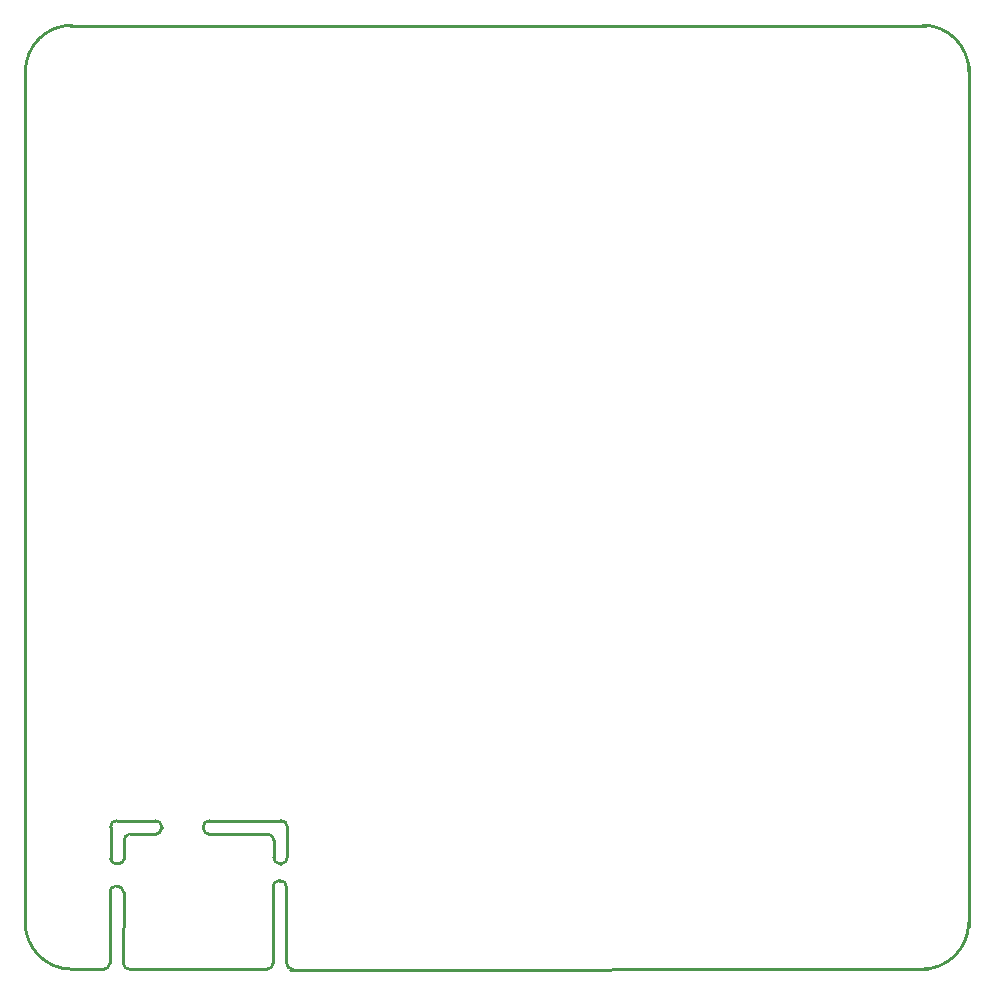
<source format=gko>
G04*
G04 #@! TF.GenerationSoftware,Altium Limited,Altium Designer,23.3.1 (30)*
G04*
G04 Layer_Color=16711935*
%FSLAX44Y44*%
%MOMM*%
G71*
G04*
G04 #@! TF.SameCoordinates,E1D300C1-D630-478A-AE1F-60CBEBB5A271*
G04*
G04*
G04 #@! TF.FilePolarity,Positive*
G04*
G01*
G75*
%ADD11C,0.2540*%
D11*
X83566Y5588D02*
G03*
X88646Y508I5080J0D01*
G01*
X40248Y799778D02*
G03*
X617Y760661I-139J-39494D01*
G01*
X799594Y760217D02*
G03*
X760476Y799848I-39494J139D01*
G01*
X759709Y507D02*
G03*
X799340Y39624I139J39494D01*
G01*
X80539Y90170D02*
G03*
X84201Y93832I0J3662D01*
G01*
X72789Y94107D02*
G03*
X76726Y90170I3937J0D01*
G01*
X217295Y89916D02*
G03*
X222375Y94996I0J5080D01*
G01*
X151255Y119888D02*
G03*
X156335Y114808I5080J0D01*
G01*
X210945Y109728D02*
G03*
X205865Y114808I-5080J0D01*
G01*
X156335Y126238D02*
G03*
X151255Y121158I0J-5080D01*
G01*
X210945Y94996D02*
G03*
X216025Y89916I5080J0D01*
G01*
X222375Y121158D02*
G03*
X217295Y126238I-5080J0D01*
G01*
X115951Y121158D02*
G03*
X110871Y126238I-5080J0D01*
G01*
X110871Y114808D02*
G03*
X115951Y119888I0J5080D01*
G01*
X77851Y126238D02*
G03*
X72771Y121158I0J-5080D01*
G01*
X89281Y114808D02*
G03*
X84201Y109728I0J-5080D01*
G01*
X205232Y508D02*
G03*
X210312Y5588I0J5080D01*
G01*
X221740Y5588D02*
G03*
X226820Y508I5080J0D01*
G01*
X221740Y70358D02*
G03*
X216660Y75438I-5080J0D01*
G01*
X215390Y75438D02*
G03*
X210310Y70358I0J-5080D01*
G01*
X507Y40139D02*
G03*
X39624Y508I39494J-139D01*
G01*
X77216Y70866D02*
G03*
X72136Y65786I0J-5080D01*
G01*
X83566Y65786D02*
G03*
X78486Y70866I-5080J0D01*
G01*
X67058Y508D02*
G03*
X72138Y5588I0J5080D01*
G01*
X83566Y5588D02*
X83820Y65532D01*
X88646Y508D02*
X205232D01*
X224788Y-2D02*
X764540Y508D01*
X77216Y70866D02*
X78486D01*
X76726Y90170D02*
X80539D01*
X84201Y93832D02*
Y109728D01*
X72771Y121158D02*
X72789Y94107D01*
X216025Y89916D02*
X217295D01*
X222375Y95504D02*
Y121158D01*
X210945Y95504D02*
Y109728D01*
X151255Y119888D02*
Y121158D01*
X156335Y126238D02*
X217295D01*
X156335Y114808D02*
X205865D01*
X77851Y126238D02*
X110871D01*
X89281Y114808D02*
X110871D01*
X115951Y119888D02*
Y121158D01*
X210310Y5588D02*
Y70104D01*
X221740Y5588D02*
Y70104D01*
X215390Y75438D02*
X216660D01*
X38617Y799492D02*
X763016D01*
X799492Y765048D02*
X799492Y36068D01*
X508Y765048D02*
X508Y40141D01*
X39624Y508D02*
X67058D01*
X72136Y5588D02*
X72136Y65532D01*
M02*

</source>
